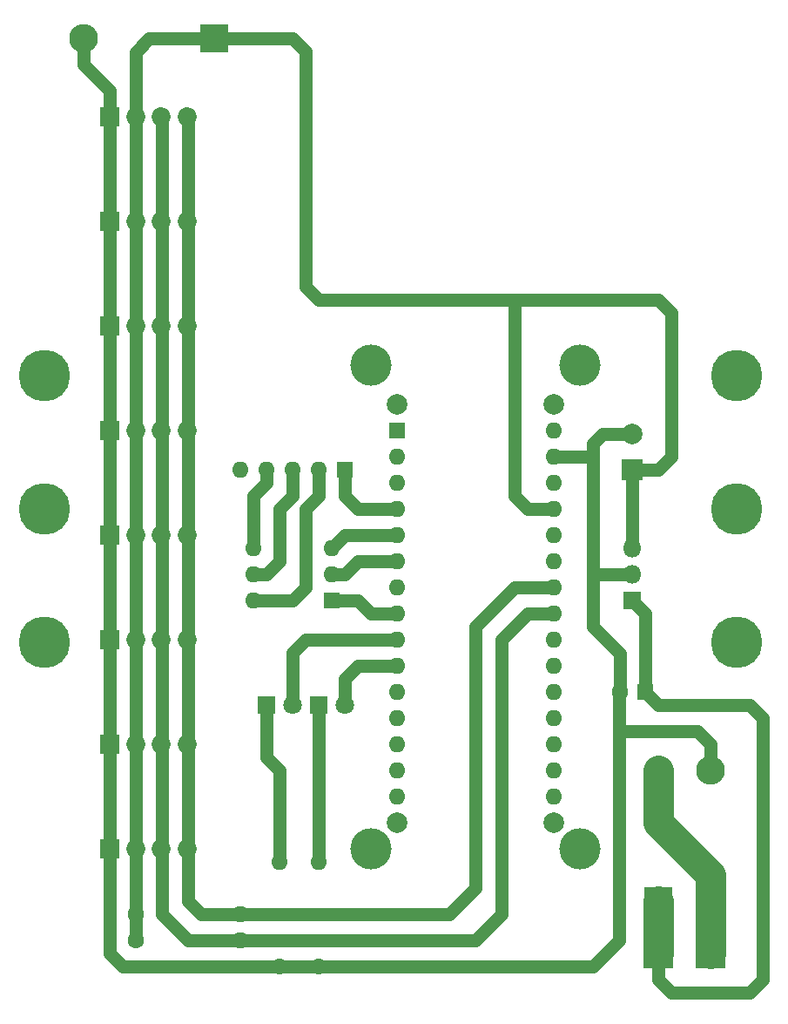
<source format=gbl>
G04 #@! TF.FileFunction,Copper,L2,Bot,Signal*
%FSLAX46Y46*%
G04 Gerber Fmt 4.6, Leading zero omitted, Abs format (unit mm)*
G04 Created by KiCad (PCBNEW 4.0.7) date 03/09/18 13:05:57*
%MOMM*%
%LPD*%
G01*
G04 APERTURE LIST*
%ADD10C,0.200000*%
%ADD11R,1.800000X1.800000*%
%ADD12O,1.800000X1.800000*%
%ADD13R,2.800000X2.800000*%
%ADD14O,2.800000X2.800000*%
%ADD15R,2.000000X2.000000*%
%ADD16C,2.000000*%
%ADD17R,1.600000X1.600000*%
%ADD18O,1.600000X1.600000*%
%ADD19C,1.800000*%
%ADD20C,1.600000*%
%ADD21R,1.850000X1.850000*%
%ADD22C,1.850000*%
%ADD23C,5.000000*%
%ADD24C,4.000000*%
%ADD25R,3.000000X3.000000*%
%ADD26C,1.300000*%
%ADD27C,3.000000*%
%ADD28C,2.000000*%
G04 APERTURE END LIST*
D10*
D11*
X191770000Y-125730000D03*
D12*
X191770000Y-123190000D03*
X191770000Y-120650000D03*
D13*
X199390000Y-154940000D03*
D14*
X199390000Y-142240000D03*
D15*
X191770000Y-113030000D03*
D16*
X191770000Y-109530000D03*
D17*
X163830000Y-113030000D03*
D18*
X161290000Y-113030000D03*
X158750000Y-113030000D03*
X156210000Y-113030000D03*
X153670000Y-113030000D03*
D11*
X156210000Y-135890000D03*
D19*
X158750000Y-135890000D03*
D11*
X161290000Y-135890000D03*
D19*
X163830000Y-135890000D03*
D20*
X157480000Y-161290000D03*
D18*
X157480000Y-151130000D03*
D20*
X161290000Y-161290000D03*
D18*
X161290000Y-151130000D03*
D17*
X193040000Y-134620000D03*
D20*
X190540000Y-134620000D03*
X143510000Y-158750000D03*
D18*
X153670000Y-158750000D03*
D20*
X143510000Y-156210000D03*
D18*
X153670000Y-156210000D03*
D13*
X194310000Y-154940000D03*
D14*
X194310000Y-142240000D03*
D13*
X151130000Y-71120000D03*
D14*
X138430000Y-71120000D03*
D17*
X162560000Y-125730000D03*
D18*
X154940000Y-120650000D03*
X162560000Y-123190000D03*
X154940000Y-123190000D03*
X162560000Y-120650000D03*
X154940000Y-125730000D03*
D21*
X140970000Y-78740000D03*
D22*
X143470000Y-78740000D03*
X145970000Y-78740000D03*
X148470000Y-78740000D03*
D21*
X140970000Y-88900000D03*
D22*
X143470000Y-88900000D03*
X145970000Y-88900000D03*
X148470000Y-88900000D03*
D21*
X140970000Y-99060000D03*
D22*
X143470000Y-99060000D03*
X145970000Y-99060000D03*
X148470000Y-99060000D03*
D21*
X140970000Y-109220000D03*
D22*
X143470000Y-109220000D03*
X145970000Y-109220000D03*
X148470000Y-109220000D03*
D21*
X140970000Y-119380000D03*
D22*
X143470000Y-119380000D03*
X145970000Y-119380000D03*
X148470000Y-119380000D03*
D21*
X140970000Y-129540000D03*
D22*
X143470000Y-129540000D03*
X145970000Y-129540000D03*
X148470000Y-129540000D03*
D21*
X140970000Y-149860000D03*
D22*
X143470000Y-149860000D03*
X145970000Y-149860000D03*
X148470000Y-149860000D03*
D21*
X140970000Y-139700000D03*
D22*
X143470000Y-139700000D03*
X145970000Y-139700000D03*
X148470000Y-139700000D03*
D23*
X134620000Y-116840000D03*
X134620000Y-103886000D03*
X134620000Y-129794000D03*
X201930000Y-116840000D03*
X201930000Y-103886000D03*
X201930000Y-129794000D03*
D24*
X166370000Y-149860000D03*
X186690000Y-149860000D03*
X166370000Y-102870000D03*
X186690000Y-102870000D03*
D17*
X168910000Y-109220000D03*
D18*
X184150000Y-142240000D03*
X168910000Y-111760000D03*
X184150000Y-139700000D03*
X168910000Y-114300000D03*
X184150000Y-137160000D03*
X168910000Y-116840000D03*
X184150000Y-134620000D03*
X168910000Y-119380000D03*
X184150000Y-132080000D03*
X168910000Y-121920000D03*
X184150000Y-129540000D03*
X168910000Y-124460000D03*
X184150000Y-127000000D03*
X168910000Y-127000000D03*
X184150000Y-124460000D03*
X168910000Y-129540000D03*
X184150000Y-121920000D03*
X168910000Y-132080000D03*
X184150000Y-119380000D03*
X168910000Y-134620000D03*
X184150000Y-116840000D03*
X168910000Y-137160000D03*
X184150000Y-114300000D03*
X168910000Y-139700000D03*
X184150000Y-111760000D03*
X168910000Y-142240000D03*
X184150000Y-109220000D03*
X168910000Y-144780000D03*
X184150000Y-144780000D03*
D16*
X168910000Y-106680000D03*
X184150000Y-106680000D03*
X184150000Y-147320000D03*
X168910000Y-147320000D03*
D25*
X199390000Y-160020000D03*
X194310000Y-160020000D03*
D26*
X140970000Y-78740000D02*
X140970000Y-76200000D01*
X138430000Y-73660000D02*
X138430000Y-71120000D01*
X140970000Y-76200000D02*
X138430000Y-73660000D01*
X184150000Y-111760000D02*
X187960000Y-111760000D01*
X191770000Y-109530000D02*
X188920000Y-109530000D01*
X188920000Y-109530000D02*
X187960000Y-110490000D01*
X187960000Y-110490000D02*
X187960000Y-111760000D01*
X187960000Y-111760000D02*
X187960000Y-113030000D01*
X191770000Y-123190000D02*
X187960000Y-123190000D01*
X187960000Y-127000000D02*
X187960000Y-128270000D01*
X190540000Y-130850000D02*
X190540000Y-134620000D01*
X187960000Y-128270000D02*
X190540000Y-130850000D01*
X194310000Y-138430000D02*
X190500000Y-138430000D01*
X187960000Y-161290000D02*
X190500000Y-158750000D01*
X190500000Y-158750000D02*
X190500000Y-138430000D01*
X190500000Y-138430000D02*
X190500000Y-134660000D01*
X190500000Y-134660000D02*
X190540000Y-134620000D01*
X179070000Y-161290000D02*
X187960000Y-161290000D01*
X199390000Y-142240000D02*
X199390000Y-139700000D01*
X199390000Y-139700000D02*
X198120000Y-138430000D01*
X198120000Y-138430000D02*
X194310000Y-138430000D01*
X187960000Y-113030000D02*
X187960000Y-119380000D01*
X187960000Y-119380000D02*
X187960000Y-123190000D01*
X187960000Y-123190000D02*
X187960000Y-127000000D01*
X199390000Y-142240000D02*
X199390000Y-140970000D01*
X161290000Y-161290000D02*
X162560000Y-161290000D01*
X157480000Y-161290000D02*
X154940000Y-161290000D01*
X179070000Y-161290000D02*
X162560000Y-161290000D01*
X140970000Y-160020000D02*
X140970000Y-149860000D01*
X142240000Y-161290000D02*
X140970000Y-160020000D01*
X162560000Y-161290000D02*
X154940000Y-161290000D01*
X154940000Y-161290000D02*
X142240000Y-161290000D01*
X140970000Y-139700000D02*
X140970000Y-149860000D01*
X140970000Y-129540000D02*
X140970000Y-139700000D01*
X140970000Y-119380000D02*
X140970000Y-129540000D01*
X140970000Y-109220000D02*
X140970000Y-119380000D01*
X140970000Y-99060000D02*
X140970000Y-109220000D01*
X140970000Y-88900000D02*
X140970000Y-99060000D01*
X140970000Y-78740000D02*
X140970000Y-88900000D01*
X163830000Y-113030000D02*
X163830000Y-115570000D01*
X165100000Y-116840000D02*
X168910000Y-116840000D01*
X163830000Y-115570000D02*
X165100000Y-116840000D01*
X184150000Y-116840000D02*
X181610000Y-116840000D01*
X180340000Y-115570000D02*
X180340000Y-96520000D01*
X181610000Y-116840000D02*
X180340000Y-115570000D01*
X161290000Y-96520000D02*
X160020000Y-95250000D01*
X151130000Y-71120000D02*
X144780000Y-71120000D01*
X143470000Y-72430000D02*
X143470000Y-74970000D01*
X144780000Y-71120000D02*
X143470000Y-72430000D01*
X160020000Y-74930000D02*
X160020000Y-72390000D01*
X158750000Y-71120000D02*
X151130000Y-71120000D01*
X160020000Y-72390000D02*
X158750000Y-71120000D01*
X191770000Y-113030000D02*
X194310000Y-113030000D01*
X143470000Y-74970000D02*
X143470000Y-78740000D01*
X160020000Y-95250000D02*
X160020000Y-74930000D01*
X194310000Y-96520000D02*
X180340000Y-96520000D01*
X180340000Y-96520000D02*
X161290000Y-96520000D01*
X195580000Y-97790000D02*
X194310000Y-96520000D01*
X195580000Y-111760000D02*
X195580000Y-97790000D01*
X194310000Y-113030000D02*
X195580000Y-111760000D01*
X191770000Y-120650000D02*
X191770000Y-113030000D01*
X151130000Y-71120000D02*
X151130000Y-71120000D01*
X151130000Y-71120000D02*
X151130000Y-71120000D01*
X143510000Y-129540000D02*
X143510000Y-119380000D01*
X143510000Y-149860000D02*
X143510000Y-147320000D01*
X143510000Y-139700000D02*
X143510000Y-144780000D01*
X143510000Y-119380000D02*
X143510000Y-116840000D01*
X143510000Y-109220000D02*
X143510000Y-113030000D01*
X143510000Y-99060000D02*
X143510000Y-96520000D01*
X143510000Y-88900000D02*
X143510000Y-92710000D01*
X143510000Y-88900000D02*
X143510000Y-78740000D01*
X143510000Y-135890000D02*
X143510000Y-144780000D01*
X143510000Y-144780000D02*
X143510000Y-146050000D01*
X143510000Y-147320000D02*
X143510000Y-146050000D01*
X143510000Y-92710000D02*
X143510000Y-96520000D01*
X143510000Y-96520000D02*
X143510000Y-106680000D01*
X143510000Y-106680000D02*
X143510000Y-113030000D01*
X143510000Y-113030000D02*
X143510000Y-116840000D01*
X143510000Y-116840000D02*
X143510000Y-125730000D01*
X143510000Y-125730000D02*
X143510000Y-135890000D01*
X143510000Y-87630000D02*
X143510000Y-92710000D01*
X143510000Y-149860000D02*
X143510000Y-149860000D01*
X143510000Y-156210000D02*
X143510000Y-158750000D01*
X143510000Y-149860000D02*
X143510000Y-156210000D01*
X146050000Y-78740000D02*
X146050000Y-88900000D01*
X146050000Y-88900000D02*
X146050000Y-99060000D01*
X146050000Y-99060000D02*
X146050000Y-109220000D01*
X146050000Y-109220000D02*
X146050000Y-119380000D01*
X146050000Y-129540000D02*
X146050000Y-119380000D01*
X146050000Y-139700000D02*
X146050000Y-129540000D01*
X146050000Y-149860000D02*
X146050000Y-139700000D01*
X153670000Y-158750000D02*
X148590000Y-158750000D01*
X146050000Y-156210000D02*
X146050000Y-149860000D01*
X148590000Y-158750000D02*
X146050000Y-156210000D01*
X153670000Y-158750000D02*
X156210000Y-158750000D01*
X184150000Y-127000000D02*
X181610000Y-127000000D01*
X176530000Y-158750000D02*
X156210000Y-158750000D01*
X179070000Y-156210000D02*
X176530000Y-158750000D01*
X179070000Y-129540000D02*
X179070000Y-156210000D01*
X181610000Y-127000000D02*
X179070000Y-129540000D01*
X148590000Y-78740000D02*
X148590000Y-88900000D01*
X148590000Y-88900000D02*
X148590000Y-99060000D01*
X148590000Y-129540000D02*
X148590000Y-123190000D01*
X148590000Y-123190000D02*
X148590000Y-119380000D01*
X148590000Y-119380000D02*
X148590000Y-109220000D01*
X148590000Y-99060000D02*
X148590000Y-109220000D01*
X148590000Y-129540000D02*
X148590000Y-139700000D01*
X148590000Y-149860000D02*
X148590000Y-139700000D01*
X153670000Y-156210000D02*
X149860000Y-156210000D01*
X148590000Y-154940000D02*
X148590000Y-149860000D01*
X149860000Y-156210000D02*
X148590000Y-154940000D01*
X153670000Y-156210000D02*
X156210000Y-156210000D01*
X184150000Y-124460000D02*
X180340000Y-124460000D01*
X173990000Y-156210000D02*
X156210000Y-156210000D01*
X176530000Y-153670000D02*
X173990000Y-156210000D01*
X176530000Y-128270000D02*
X176530000Y-153670000D01*
X180340000Y-124460000D02*
X176530000Y-128270000D01*
X193040000Y-134620000D02*
X193040000Y-128270000D01*
X193040000Y-127000000D02*
X191770000Y-125730000D01*
X193040000Y-128270000D02*
X193040000Y-127000000D01*
X194310000Y-162560000D02*
X194310000Y-160020000D01*
X195580000Y-163830000D02*
X194310000Y-162560000D01*
X196850000Y-163830000D02*
X195580000Y-163830000D01*
X193040000Y-134580000D02*
X193040000Y-134620000D01*
X193040000Y-134580000D02*
X193012083Y-134552083D01*
X194310000Y-135890000D02*
X193040000Y-134620000D01*
X193040000Y-134620000D02*
X193040000Y-134580000D01*
X193040000Y-134580000D02*
X193012083Y-134552083D01*
X195580000Y-135890000D02*
X194310000Y-135890000D01*
X204470000Y-137160000D02*
X204470000Y-138430000D01*
X203200000Y-135890000D02*
X204470000Y-137160000D01*
X195580000Y-135890000D02*
X203200000Y-135890000D01*
X203200000Y-163830000D02*
X199390000Y-163830000D01*
X196850000Y-163830000D02*
X199390000Y-163830000D01*
X204470000Y-138430000D02*
X204470000Y-162560000D01*
X204470000Y-162560000D02*
X203200000Y-163830000D01*
D27*
X194310000Y-160020000D02*
X194310000Y-154940000D01*
D28*
X194310000Y-160020000D02*
X194310000Y-158750000D01*
D26*
X154940000Y-125730000D02*
X158750000Y-125730000D01*
X161290000Y-115570000D02*
X161290000Y-113030000D01*
X160020000Y-116840000D02*
X161290000Y-115570000D01*
X160020000Y-124460000D02*
X160020000Y-116840000D01*
X158750000Y-125730000D02*
X160020000Y-124460000D01*
X157480000Y-121920000D02*
X156210000Y-123190000D01*
X157480000Y-116840000D02*
X158750000Y-115570000D01*
X157480000Y-121920000D02*
X157480000Y-116840000D01*
X158750000Y-115570000D02*
X158750000Y-113030000D01*
X154940000Y-123190000D02*
X156210000Y-123190000D01*
X154940000Y-115570000D02*
X156210000Y-114300000D01*
X154940000Y-120650000D02*
X154940000Y-115570000D01*
X156210000Y-114300000D02*
X156210000Y-113030000D01*
X154940000Y-120650000D02*
X154940000Y-120650000D01*
X168910000Y-119380000D02*
X163830000Y-119380000D01*
X163830000Y-119380000D02*
X162560000Y-120650000D01*
X168910000Y-121920000D02*
X165100000Y-121920000D01*
X163830000Y-123190000D02*
X162560000Y-123190000D01*
X165100000Y-121920000D02*
X163830000Y-123190000D01*
X168910000Y-127000000D02*
X166370000Y-127000000D01*
X165100000Y-125730000D02*
X162560000Y-125730000D01*
X166370000Y-127000000D02*
X165100000Y-125730000D01*
X157480000Y-151130000D02*
X157480000Y-142240000D01*
X156210000Y-140970000D02*
X156210000Y-135890000D01*
X157480000Y-142240000D02*
X156210000Y-140970000D01*
X158750000Y-130810000D02*
X160020000Y-129540000D01*
X158750000Y-135890000D02*
X158750000Y-130810000D01*
X160020000Y-129540000D02*
X168910000Y-129540000D01*
X161290000Y-135890000D02*
X161290000Y-151130000D01*
X168910000Y-132080000D02*
X165100000Y-132080000D01*
X163830000Y-133350000D02*
X163830000Y-135890000D01*
X165100000Y-132080000D02*
X163830000Y-133350000D01*
D27*
X194310000Y-142240000D02*
X194310000Y-147320000D01*
X199390000Y-152400000D02*
X199390000Y-154940000D01*
X194310000Y-147320000D02*
X199390000Y-152400000D01*
X199390000Y-160020000D02*
X199390000Y-154940000D01*
M02*

</source>
